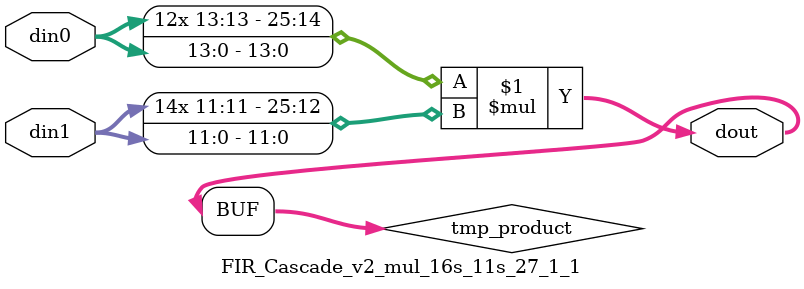
<source format=v>

`timescale 1 ns / 1 ps

 module FIR_Cascade_v2_mul_16s_11s_27_1_1(din0, din1, dout);
parameter ID = 1;
parameter NUM_STAGE = 0;
parameter din0_WIDTH = 14;
parameter din1_WIDTH = 12;
parameter dout_WIDTH = 26;

input [din0_WIDTH - 1 : 0] din0; 
input [din1_WIDTH - 1 : 0] din1; 
output [dout_WIDTH - 1 : 0] dout;

wire signed [dout_WIDTH - 1 : 0] tmp_product;



























assign tmp_product = $signed(din0) * $signed(din1);








assign dout = tmp_product;





















endmodule

</source>
